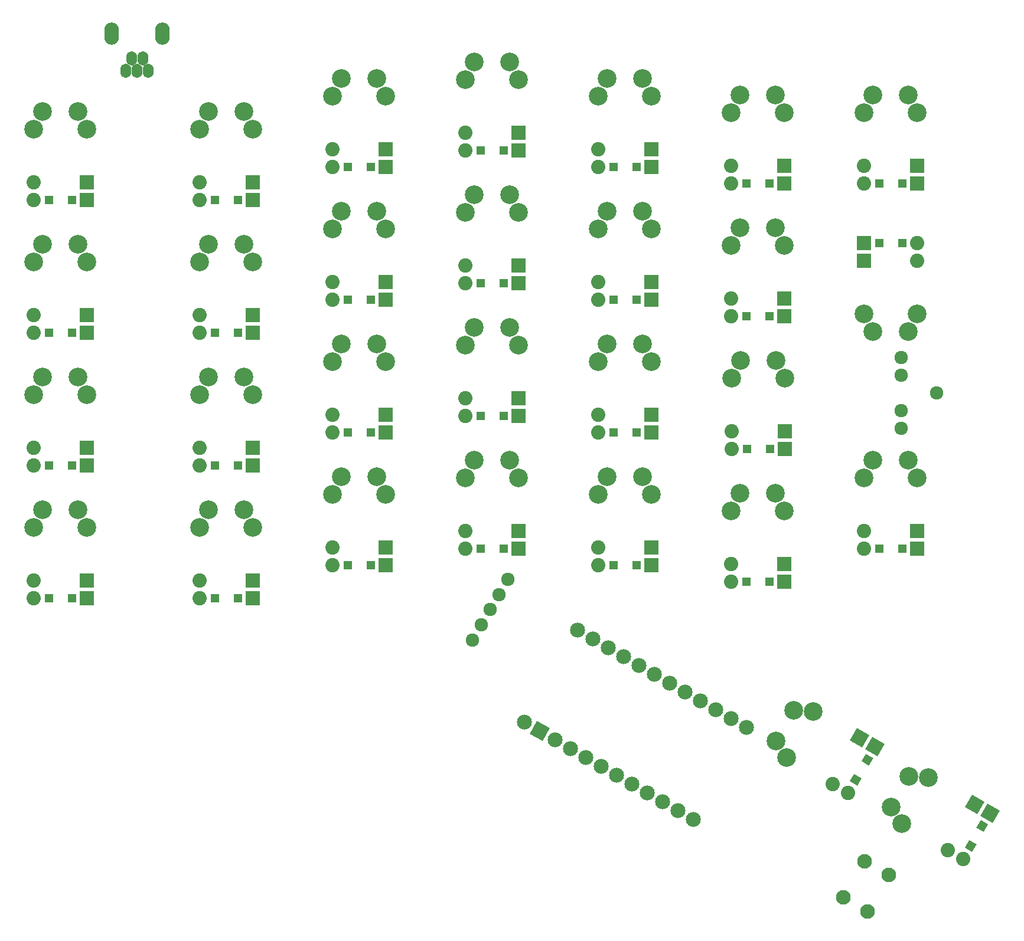
<source format=gbs>
G04 #@! TF.FileFunction,Soldermask,Bot*
%FSLAX46Y46*%
G04 Gerber Fmt 4.6, Leading zero omitted, Abs format (unit mm)*
G04 Created by KiCad (PCBNEW 4.0.3+e1-6302~38~ubuntu14.04.1-stable) date Mon Aug 15 17:38:34 2016*
%MOMM*%
%LPD*%
G01*
G04 APERTURE LIST*
%ADD10C,0.100000*%
%ADD11C,2.686000*%
%ADD12C,2.051000*%
%ADD13C,2.152600*%
%ADD14R,2.051000X2.051000*%
%ADD15R,1.238200X1.238200*%
%ADD16O,1.543000X2.051000*%
%ADD17O,2.101800X3.194000*%
%ADD18C,1.924000*%
%ADD19C,2.100000*%
G04 APERTURE END LIST*
D10*
D11*
X114129591Y-96955295D03*
X113154295Y-103724557D03*
X116964295Y-97125443D03*
X111589591Y-101354705D03*
D12*
X119753409Y-107534557D03*
D10*
G36*
X123938768Y-102336302D02*
X122162550Y-101310802D01*
X123188050Y-99534584D01*
X124964268Y-100560084D01*
X123938768Y-102336302D01*
X123938768Y-102336302D01*
G37*
D12*
X121953114Y-108804557D03*
D10*
G36*
X126138473Y-103606302D02*
X124362255Y-102580802D01*
X125387755Y-100804584D01*
X127163973Y-101830084D01*
X126138473Y-103606302D01*
X126138473Y-103606302D01*
G37*
G36*
X123252870Y-107791512D02*
X122180558Y-107172412D01*
X122799658Y-106100100D01*
X123871970Y-106719200D01*
X123252870Y-107791512D01*
X123252870Y-107791512D01*
G37*
G36*
X124916570Y-104909900D02*
X123844258Y-104290800D01*
X124463358Y-103218488D01*
X125535670Y-103837588D01*
X124916570Y-104909900D01*
X124916570Y-104909900D01*
G37*
D13*
X85351330Y-86745886D03*
X87551034Y-88015886D03*
X89750739Y-89285886D03*
X91950443Y-90555886D03*
X94150148Y-91825886D03*
X96349852Y-93095886D03*
X98549557Y-94365886D03*
X100749261Y-95635886D03*
X102948966Y-96905886D03*
X105148670Y-98175886D03*
X107348375Y-99445886D03*
X99728375Y-112644114D03*
X97528670Y-111374114D03*
X95328966Y-110104114D03*
X93129261Y-108834114D03*
X90929557Y-107564114D03*
X88729852Y-106294114D03*
X86530148Y-105024114D03*
X84330443Y-103754114D03*
X82130739Y-102484114D03*
X79931034Y-101214114D03*
D10*
G36*
X76261077Y-100338067D02*
X77337377Y-98473861D01*
X79201583Y-99550161D01*
X78125283Y-101414367D01*
X76261077Y-100338067D01*
X76261077Y-100338067D01*
G37*
D13*
X75531625Y-98674114D03*
X83151625Y-85475886D03*
D11*
X11538000Y-11061000D03*
X5188000Y-13601000D03*
X12808000Y-13601000D03*
X6458000Y-11061000D03*
D12*
X5188000Y-21221000D03*
D14*
X12808000Y-21221000D03*
D12*
X5188000Y-23761000D03*
D14*
X12808000Y-23761000D03*
D15*
X7334300Y-23761000D03*
X10661700Y-23761000D03*
D11*
X35350000Y-11060000D03*
X29000000Y-13600000D03*
X36620000Y-13600000D03*
X30270000Y-11060000D03*
D12*
X29000000Y-21220000D03*
D14*
X36620000Y-21220000D03*
D12*
X29000000Y-23760000D03*
D14*
X36620000Y-23760000D03*
D15*
X31146300Y-23760000D03*
X34473700Y-23760000D03*
D11*
X54400000Y-6299000D03*
X48050000Y-8839000D03*
X55670000Y-8839000D03*
X49320000Y-6299000D03*
D12*
X48050000Y-16459000D03*
D14*
X55670000Y-16459000D03*
D12*
X48050000Y-18999000D03*
D14*
X55670000Y-18999000D03*
D15*
X50196300Y-18999000D03*
X53523700Y-18999000D03*
D11*
X73450000Y-3918000D03*
X67100000Y-6458000D03*
X74720000Y-6458000D03*
X68370000Y-3918000D03*
D12*
X67100000Y-14078000D03*
D14*
X74720000Y-14078000D03*
D12*
X67100000Y-16618000D03*
D14*
X74720000Y-16618000D03*
D15*
X69246300Y-16618000D03*
X72573700Y-16618000D03*
D11*
X92500000Y-6299000D03*
X86150000Y-8839000D03*
X93770000Y-8839000D03*
X87420000Y-6299000D03*
D12*
X86150000Y-16459000D03*
D14*
X93770000Y-16459000D03*
D12*
X86150000Y-18999000D03*
D14*
X93770000Y-18999000D03*
D15*
X88296300Y-18999000D03*
X91623700Y-18999000D03*
D11*
X111550000Y-8680000D03*
X105200000Y-11220000D03*
X112820000Y-11220000D03*
X106470000Y-8680000D03*
D12*
X105200000Y-18840000D03*
D14*
X112820000Y-18840000D03*
D12*
X105200000Y-21380000D03*
D14*
X112820000Y-21380000D03*
D15*
X107346300Y-21380000D03*
X110673700Y-21380000D03*
D11*
X130600000Y-8680000D03*
X124250000Y-11220000D03*
X131870000Y-11220000D03*
X125520000Y-8680000D03*
D12*
X124250000Y-18840000D03*
D14*
X131870000Y-18840000D03*
D12*
X124250000Y-21380000D03*
D14*
X131870000Y-21380000D03*
D15*
X126396300Y-21380000D03*
X129723700Y-21380000D03*
D11*
X11538000Y-30111000D03*
X5188000Y-32651000D03*
X12808000Y-32651000D03*
X6458000Y-30111000D03*
D12*
X5188000Y-40271000D03*
D14*
X12808000Y-40271000D03*
D12*
X5188000Y-42811000D03*
D14*
X12808000Y-42811000D03*
D15*
X7334300Y-42811000D03*
X10661700Y-42811000D03*
D11*
X35350000Y-30111000D03*
X29000000Y-32651000D03*
X36620000Y-32651000D03*
X30270000Y-30111000D03*
D12*
X29000000Y-40271000D03*
D14*
X36620000Y-40271000D03*
D12*
X29000000Y-42811000D03*
D14*
X36620000Y-42811000D03*
D15*
X31146300Y-42811000D03*
X34473700Y-42811000D03*
D11*
X54400000Y-25349000D03*
X48050000Y-27889000D03*
X55670000Y-27889000D03*
X49320000Y-25349000D03*
D12*
X48050000Y-35509000D03*
D14*
X55670000Y-35509000D03*
D12*
X48050000Y-38049000D03*
D14*
X55670000Y-38049000D03*
D15*
X50196300Y-38049000D03*
X53523700Y-38049000D03*
D11*
X73450000Y-22958000D03*
X67100000Y-25498000D03*
X74720000Y-25498000D03*
X68370000Y-22958000D03*
D12*
X67100000Y-33118000D03*
D14*
X74720000Y-33118000D03*
D12*
X67100000Y-35658000D03*
D14*
X74720000Y-35658000D03*
D15*
X69246300Y-35658000D03*
X72573700Y-35658000D03*
D11*
X92500000Y-25349000D03*
X86150000Y-27889000D03*
X93770000Y-27889000D03*
X87420000Y-25349000D03*
D12*
X86150000Y-35509000D03*
D14*
X93770000Y-35509000D03*
D12*
X86150000Y-38049000D03*
D14*
X93770000Y-38049000D03*
D15*
X88296300Y-38049000D03*
X91623700Y-38049000D03*
D11*
X111550000Y-27730000D03*
X105200000Y-30270000D03*
X112820000Y-30270000D03*
X106470000Y-27730000D03*
D12*
X105200000Y-37890000D03*
D14*
X112820000Y-37890000D03*
D12*
X105200000Y-40430000D03*
D14*
X112820000Y-40430000D03*
D15*
X107346300Y-40430000D03*
X110673700Y-40430000D03*
D11*
X11538000Y-49161000D03*
X5188000Y-51701000D03*
X12808000Y-51701000D03*
X6458000Y-49161000D03*
D12*
X5188000Y-59321000D03*
D14*
X12808000Y-59321000D03*
D12*
X5188000Y-61861000D03*
D14*
X12808000Y-61861000D03*
D15*
X7334300Y-61861000D03*
X10661700Y-61861000D03*
D11*
X35350000Y-49161000D03*
X29000000Y-51701000D03*
X36620000Y-51701000D03*
X30270000Y-49161000D03*
D12*
X29000000Y-59321000D03*
D14*
X36620000Y-59321000D03*
D12*
X29000000Y-61861000D03*
D14*
X36620000Y-61861000D03*
D15*
X31146300Y-61861000D03*
X34473700Y-61861000D03*
D11*
X54400000Y-44399000D03*
X48050000Y-46939000D03*
X55670000Y-46939000D03*
X49320000Y-44399000D03*
D12*
X48050000Y-54559000D03*
D14*
X55670000Y-54559000D03*
D12*
X48050000Y-57099000D03*
D14*
X55670000Y-57099000D03*
D15*
X50196300Y-57099000D03*
X53523700Y-57099000D03*
D11*
X73450000Y-42008000D03*
X67100000Y-44548000D03*
X74720000Y-44548000D03*
X68370000Y-42008000D03*
D12*
X67100000Y-52168000D03*
D14*
X74720000Y-52168000D03*
D12*
X67100000Y-54708000D03*
D14*
X74720000Y-54708000D03*
D15*
X69246300Y-54708000D03*
X72573700Y-54708000D03*
D11*
X92500000Y-44399000D03*
X86150000Y-46939000D03*
X93770000Y-46939000D03*
X87420000Y-44399000D03*
D12*
X86150000Y-54559000D03*
D14*
X93770000Y-54559000D03*
D12*
X86150000Y-57099000D03*
D14*
X93770000Y-57099000D03*
D15*
X88296300Y-57099000D03*
X91623700Y-57099000D03*
D11*
X111641000Y-46780000D03*
X105291000Y-49320000D03*
X112911000Y-49320000D03*
X106561000Y-46780000D03*
D12*
X105291000Y-56940000D03*
D14*
X112911000Y-56940000D03*
D12*
X105291000Y-59480000D03*
D14*
X112911000Y-59480000D03*
D15*
X107437300Y-59480000D03*
X110764700Y-59480000D03*
D11*
X125520000Y-42653000D03*
X131870000Y-40113000D03*
X124250000Y-40113000D03*
X130600000Y-42653000D03*
D12*
X131870000Y-32493000D03*
D14*
X124250000Y-32493000D03*
D12*
X131870000Y-29953000D03*
D14*
X124250000Y-29953000D03*
D15*
X129723700Y-29953000D03*
X126396300Y-29953000D03*
D11*
X11538000Y-68211000D03*
X5188000Y-70751000D03*
X12808000Y-70751000D03*
X6458000Y-68211000D03*
D12*
X5188000Y-78371000D03*
D14*
X12808000Y-78371000D03*
D12*
X5188000Y-80911000D03*
D14*
X12808000Y-80911000D03*
D15*
X7334300Y-80911000D03*
X10661700Y-80911000D03*
D11*
X35350000Y-68211000D03*
X29000000Y-70751000D03*
X36620000Y-70751000D03*
X30270000Y-68211000D03*
D12*
X29000000Y-78371000D03*
D14*
X36620000Y-78371000D03*
D12*
X29000000Y-80911000D03*
D14*
X36620000Y-80911000D03*
D15*
X31146300Y-80911000D03*
X34473700Y-80911000D03*
D11*
X54400000Y-63449000D03*
X48050000Y-65989000D03*
X55670000Y-65989000D03*
X49320000Y-63449000D03*
D12*
X48050000Y-73609000D03*
D14*
X55670000Y-73609000D03*
D12*
X48050000Y-76149000D03*
D14*
X55670000Y-76149000D03*
D15*
X50196300Y-76149000D03*
X53523700Y-76149000D03*
D11*
X73450000Y-61058000D03*
X67100000Y-63598000D03*
X74720000Y-63598000D03*
X68370000Y-61058000D03*
D12*
X67100000Y-71218000D03*
D14*
X74720000Y-71218000D03*
D12*
X67100000Y-73758000D03*
D14*
X74720000Y-73758000D03*
D15*
X69246300Y-73758000D03*
X72573700Y-73758000D03*
D11*
X92500000Y-63449000D03*
X86150000Y-65989000D03*
X93770000Y-65989000D03*
X87420000Y-63449000D03*
D12*
X86150000Y-73609000D03*
D14*
X93770000Y-73609000D03*
D12*
X86150000Y-76149000D03*
D14*
X93770000Y-76149000D03*
D15*
X88296300Y-76149000D03*
X91623700Y-76149000D03*
D11*
X111550000Y-65830000D03*
X105200000Y-68370000D03*
X112820000Y-68370000D03*
X106470000Y-65830000D03*
D12*
X105200000Y-75990000D03*
D14*
X112820000Y-75990000D03*
D12*
X105200000Y-78530000D03*
D14*
X112820000Y-78530000D03*
D15*
X107346300Y-78530000D03*
X110673700Y-78530000D03*
D11*
X130600000Y-61068000D03*
X124250000Y-63608000D03*
X131870000Y-63608000D03*
X125520000Y-61068000D03*
D12*
X124250000Y-71228000D03*
D14*
X131870000Y-71228000D03*
D12*
X124250000Y-73768000D03*
D14*
X131870000Y-73768000D03*
D15*
X126396300Y-73768000D03*
X129723700Y-73768000D03*
D11*
X130627591Y-106480295D03*
X129652295Y-113249557D03*
X133462295Y-106650443D03*
X128087591Y-110879705D03*
D12*
X136251409Y-117059557D03*
D10*
G36*
X140436768Y-111861302D02*
X138660550Y-110835802D01*
X139686050Y-109059584D01*
X141462268Y-110085084D01*
X140436768Y-111861302D01*
X140436768Y-111861302D01*
G37*
D12*
X138451114Y-118329557D03*
D10*
G36*
X142636473Y-113131302D02*
X140860255Y-112105802D01*
X141885755Y-110329584D01*
X143661973Y-111355084D01*
X142636473Y-113131302D01*
X142636473Y-113131302D01*
G37*
G36*
X139750870Y-117316512D02*
X138678558Y-116697412D01*
X139297658Y-115625100D01*
X140369970Y-116244200D01*
X139750870Y-117316512D01*
X139750870Y-117316512D01*
G37*
G36*
X141414570Y-114434900D02*
X140342258Y-113815800D01*
X140961358Y-112743488D01*
X142033670Y-113362588D01*
X141414570Y-114434900D01*
X141414570Y-114434900D01*
G37*
D16*
X21600200Y-5168900D03*
X20800100Y-3421380D03*
X20000000Y-5168900D03*
X19199900Y-3421380D03*
X18399800Y-5168900D03*
D17*
X16352560Y154940D03*
X23647440Y154940D03*
D18*
X73195148Y-78150591D03*
X71925148Y-80350295D03*
X70655148Y-82550000D03*
X69385148Y-84749705D03*
X68115148Y-86949409D03*
X134620000Y-51435000D03*
X129540000Y-46355000D03*
X129540000Y-48895000D03*
X129540000Y-53975000D03*
X129540000Y-56515000D03*
D19*
X127749102Y-120628848D03*
X124749102Y-125825000D03*
X124285000Y-118628848D03*
X121285000Y-123825000D03*
M02*

</source>
